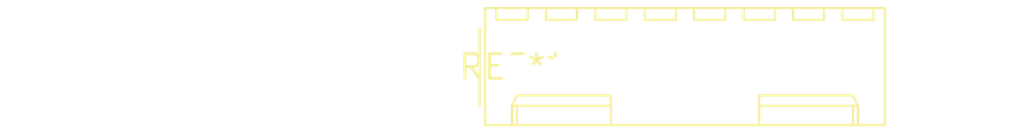
<source format=kicad_pcb>
(kicad_pcb (version 20240108) (generator pcbnew)
  (layers (0 "F.Cu" signal) (31 "B.Cu" signal) (34 "B.Paste" user) (35 "F.Paste" user) (36 "B.SilkS" user "B.Silkscreen") (37 "F.SilkS" user "F.Silkscreen") (38 "B.Mask" user) (39 "F.Mask" user) (44 "Edge.Cuts" user))
  (net 0 "")
  (footprint "Molex_KK-254_AE-6410-08A_1x08_P2.54mm_Vertical" (layer "F.Cu") (at 0 0)
    (property "Reference" "REF**")
    (property "Value" "Molex_KK-254_AE-6410-08A_1x08_P2.54mm_Vertical")
    (fp_line (start -1.67 -2) (end -1.67 2) (layer "F.SilkS") (stroke (width 0.12)))
    (fp_line (start -1.38 -3.03) (end -1.38 2.99) (layer "F.SilkS") (stroke (width 0.12)))
    (fp_line (start -1.38 2.99) (end 19.16 2.99) (layer "F.SilkS") (stroke (width 0.12)))
    (fp_line (start -0.8 -3.03) (end -0.8 -2.43) (layer "F.SilkS") (stroke (width 0.12)))
    (fp_line (start -0.8 -2.43) (end 0.8 -2.43) (layer "F.SilkS") (stroke (width 0.12)))
    (fp_line (start 0 1.99) (end 0.25 1.46) (layer "F.SilkS") (stroke (width 0.12)))
    (fp_line (start 0 1.99) (end 5.08 1.99) (layer "F.SilkS") (stroke (width 0.12)))
    (fp_line (start 0 2.99) (end 0 1.99) (layer "F.SilkS") (stroke (width 0.12)))
    (fp_line (start 0.25 1.46) (end 5.08 1.46) (layer "F.SilkS") (stroke (width 0.12)))
    (fp_line (start 0.25 2.99) (end 0.25 1.99) (layer "F.SilkS") (stroke (width 0.12)))
    (fp_line (start 0.8 -2.43) (end 0.8 -3.03) (layer "F.SilkS") (stroke (width 0.12)))
    (fp_line (start 1.74 -3.03) (end 1.74 -2.43) (layer "F.SilkS") (stroke (width 0.12)))
    (fp_line (start 1.74 -2.43) (end 3.34 -2.43) (layer "F.SilkS") (stroke (width 0.12)))
    (fp_line (start 3.34 -2.43) (end 3.34 -3.03) (layer "F.SilkS") (stroke (width 0.12)))
    (fp_line (start 4.28 -3.03) (end 4.28 -2.43) (layer "F.SilkS") (stroke (width 0.12)))
    (fp_line (start 4.28 -2.43) (end 5.88 -2.43) (layer "F.SilkS") (stroke (width 0.12)))
    (fp_line (start 5.08 1.46) (end 5.08 1.99) (layer "F.SilkS") (stroke (width 0.12)))
    (fp_line (start 5.08 1.99) (end 5.08 2.99) (layer "F.SilkS") (stroke (width 0.12)))
    (fp_line (start 5.88 -2.43) (end 5.88 -3.03) (layer "F.SilkS") (stroke (width 0.12)))
    (fp_line (start 6.82 -3.03) (end 6.82 -2.43) (layer "F.SilkS") (stroke (width 0.12)))
    (fp_line (start 6.82 -2.43) (end 8.42 -2.43) (layer "F.SilkS") (stroke (width 0.12)))
    (fp_line (start 8.42 -2.43) (end 8.42 -3.03) (layer "F.SilkS") (stroke (width 0.12)))
    (fp_line (start 9.36 -3.03) (end 9.36 -2.43) (layer "F.SilkS") (stroke (width 0.12)))
    (fp_line (start 9.36 -2.43) (end 10.96 -2.43) (layer "F.SilkS") (stroke (width 0.12)))
    (fp_line (start 10.96 -2.43) (end 10.96 -3.03) (layer "F.SilkS") (stroke (width 0.12)))
    (fp_line (start 11.9 -3.03) (end 11.9 -2.43) (layer "F.SilkS") (stroke (width 0.12)))
    (fp_line (start 11.9 -2.43) (end 13.5 -2.43) (layer "F.SilkS") (stroke (width 0.12)))
    (fp_line (start 12.7 1.46) (end 12.7 1.99) (layer "F.SilkS") (stroke (width 0.12)))
    (fp_line (start 12.7 1.99) (end 12.7 2.99) (layer "F.SilkS") (stroke (width 0.12)))
    (fp_line (start 13.5 -2.43) (end 13.5 -3.03) (layer "F.SilkS") (stroke (width 0.12)))
    (fp_line (start 14.44 -3.03) (end 14.44 -2.43) (layer "F.SilkS") (stroke (width 0.12)))
    (fp_line (start 14.44 -2.43) (end 16.04 -2.43) (layer "F.SilkS") (stroke (width 0.12)))
    (fp_line (start 16.04 -2.43) (end 16.04 -3.03) (layer "F.SilkS") (stroke (width 0.12)))
    (fp_line (start 16.98 -3.03) (end 16.98 -2.43) (layer "F.SilkS") (stroke (width 0.12)))
    (fp_line (start 16.98 -2.43) (end 18.58 -2.43) (layer "F.SilkS") (stroke (width 0.12)))
    (fp_line (start 17.53 1.46) (end 12.7 1.46) (layer "F.SilkS") (stroke (width 0.12)))
    (fp_line (start 17.53 2.99) (end 17.53 1.99) (layer "F.SilkS") (stroke (width 0.12)))
    (fp_line (start 17.78 1.99) (end 12.7 1.99) (layer "F.SilkS") (stroke (width 0.12)))
    (fp_line (start 17.78 1.99) (end 17.53 1.46) (layer "F.SilkS") (stroke (width 0.12)))
    (fp_line (start 17.78 2.99) (end 17.78 1.99) (layer "F.SilkS") (stroke (width 0.12)))
    (fp_line (start 18.58 -2.43) (end 18.58 -3.03) (layer "F.SilkS") (stroke (width 0.12)))
    (fp_line (start 19.16 -3.03) (end -1.38 -3.03) (layer "F.SilkS") (stroke (width 0.12)))
    (fp_line (start 19.16 2.99) (end 19.16 -3.03) (layer "F.SilkS") (stroke (width 0.12)))
    (pad "1" thru_hole roundrect (at 0 0) (size 1.74 2.19) (drill 1.19) (layers *.Cu *.Mask) (remove_unused_layers) (roundrect_rratio 0.143678))
    (pad "2" thru_hole oval (at 2.54 0) (size 1.74 2.19) (drill 1.19) (layers *.Cu *.Mask) (remove_unused_layers))
    (pad "3" thru_hole oval (at 5.08 0) (size 1.74 2.19) (drill 1.19) (layers *.Cu *.Mask) (remove_unused_layers))
    (pad "4" thru_hole oval (at 7.62 0) (size 1.74 2.19) (drill 1.19) (layers *.Cu *.Mask) (remove_unused_layers))
    (pad "5" thru_hole oval (at 10.16 0) (size 1.74 2.19) (drill 1.19) (layers *.Cu *.Mask) (remove_unused_layers))
    (pad "6" thru_hole oval (at 12.7 0) (size 1.74 2.19) (drill 1.19) (layers *.Cu *.Mask) (remove_unused_layers))
    (pad "7" thru_hole oval (at 15.24 0) (size 1.74 2.19) (drill 1.19) (layers *.Cu *.Mask) (remove_unused_layers))
    (pad "8" thru_hole oval (at 17.78 0) (size 1.74 2.19) (drill 1.19) (layers *.Cu *.Mask) (remove_unused_layers))
  )
)
</source>
